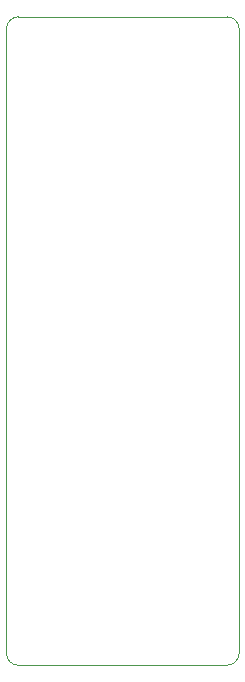
<source format=gbr>
%TF.GenerationSoftware,KiCad,Pcbnew,(6.0.7-1)-1*%
%TF.CreationDate,2022-09-21T15:36:29+10:00*%
%TF.ProjectId,open_jip,6f70656e-5f6a-4697-902e-6b696361645f,rev?*%
%TF.SameCoordinates,Original*%
%TF.FileFunction,Profile,NP*%
%FSLAX46Y46*%
G04 Gerber Fmt 4.6, Leading zero omitted, Abs format (unit mm)*
G04 Created by KiCad (PCBNEW (6.0.7-1)-1) date 2022-09-21 15:36:29*
%MOMM*%
%LPD*%
G01*
G04 APERTURE LIST*
%TA.AperFunction,Profile*%
%ADD10C,0.100000*%
%TD*%
G04 APERTURE END LIST*
D10*
X115492893Y-123700000D02*
X115492893Y-70807107D01*
X96807107Y-69807107D02*
G75*
G03*
X95807107Y-70807107I-7J-999993D01*
G01*
X95800000Y-70800000D02*
X95800000Y-123700000D01*
X115492893Y-70807107D02*
G75*
G03*
X114492893Y-69807107I-999993J7D01*
G01*
X114492893Y-124699993D02*
G75*
G03*
X115492893Y-123700000I7J999993D01*
G01*
X114492893Y-69807107D02*
X96807107Y-69807107D01*
X95800000Y-123700000D02*
G75*
G03*
X96800000Y-124700000I1000000J0D01*
G01*
X114100000Y-124700000D02*
X114492893Y-124700000D01*
X96800000Y-124700000D02*
X114100000Y-124700000D01*
M02*

</source>
